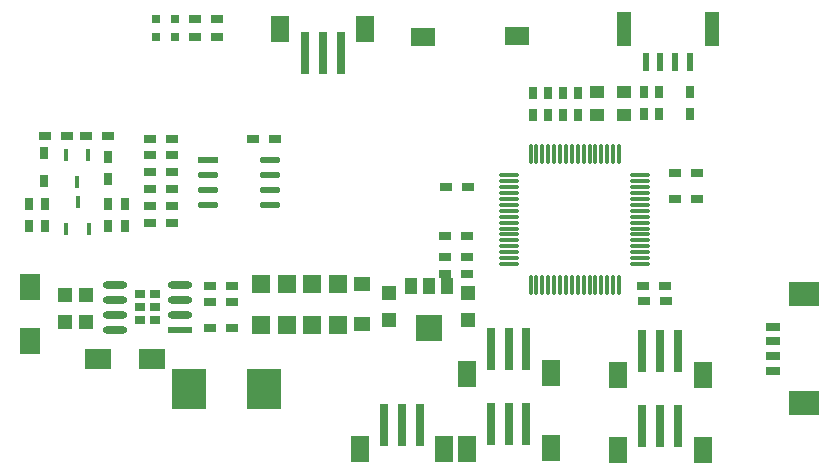
<source format=gtp>
G04*
G04 #@! TF.GenerationSoftware,Altium Limited,Altium Designer,24.0.1 (36)*
G04*
G04 Layer_Color=8421504*
%FSLAX44Y44*%
%MOMM*%
G71*
G04*
G04 #@! TF.SameCoordinates,72622C8A-B07E-4F55-B3FE-632304D3AF33*
G04*
G04*
G04 #@! TF.FilePolarity,Positive*
G04*
G01*
G75*
%ADD24R,0.9000X0.7000*%
%ADD25R,2.2000X1.7500*%
%ADD26R,1.5000X2.3000*%
%ADD27R,0.7000X3.6000*%
%ADD28R,1.0160X0.7620*%
%ADD29R,1.0160X0.8000*%
%ADD30R,0.8000X1.0160*%
%ADD31R,0.4500X1.0000*%
%ADD32R,0.7500X1.0000*%
%ADD33R,0.8000X0.8000*%
%ADD34R,2.0000X1.5000*%
%ADD35R,0.6000X1.5000*%
%ADD36R,1.2000X3.0000*%
%ADD37R,0.7620X1.0160*%
%ADD38R,1.3000X1.1000*%
%ADD39R,2.5000X2.1000*%
%ADD40R,1.3000X0.8000*%
%ADD41R,1.2700X1.2700*%
%ADD42R,1.0160X1.3970*%
%ADD43R,2.2000X2.2000*%
%ADD44R,1.4000X1.2000*%
%ADD45R,1.6000X1.5240*%
%ADD46R,1.8000X0.5500*%
%ADD47O,1.8000X0.5500*%
%ADD48O,2.1000X0.6000*%
%ADD49R,2.1000X0.6000*%
%ADD50R,3.0000X3.5000*%
%ADD51R,1.7500X2.2000*%
%ADD52O,0.3000X1.8000*%
%ADD53O,1.8000X0.3000*%
D24*
X179120Y152810D02*
D03*
X166370D02*
D03*
X179120Y141810D02*
D03*
X166370D02*
D03*
Y130810D02*
D03*
X179120D02*
D03*
D25*
X130810Y97790D02*
D03*
X176810D02*
D03*
D26*
X642798Y84379D02*
D03*
X571380Y84291D02*
D03*
Y20791D02*
D03*
X642798Y20879D02*
D03*
X285392Y377282D02*
D03*
X356810Y377370D02*
D03*
X424180Y21590D02*
D03*
X352762Y21502D02*
D03*
X514528Y22149D02*
D03*
X443110Y22061D02*
D03*
Y85561D02*
D03*
X514528Y85649D02*
D03*
D27*
X621881Y104791D02*
D03*
X606880D02*
D03*
X591880D02*
D03*
Y41291D02*
D03*
X606880D02*
D03*
X621881D02*
D03*
X306309Y356870D02*
D03*
X321310D02*
D03*
X336310D02*
D03*
X403264Y42002D02*
D03*
X388262D02*
D03*
X373262D02*
D03*
X493611Y42561D02*
D03*
X478610D02*
D03*
X463610D02*
D03*
Y106061D02*
D03*
X478610D02*
D03*
X493611D02*
D03*
D28*
X280670Y284480D02*
D03*
X262128D02*
D03*
X174879D02*
D03*
X193421D02*
D03*
X85979Y287020D02*
D03*
X104521D02*
D03*
X593090Y147320D02*
D03*
X611632D02*
D03*
X611251Y160020D02*
D03*
X592709D02*
D03*
X443611Y170180D02*
D03*
X425069D02*
D03*
X424688Y184150D02*
D03*
X443230D02*
D03*
X244221Y124460D02*
D03*
X225679D02*
D03*
X619379Y255270D02*
D03*
X637921D02*
D03*
X444500Y243840D02*
D03*
X425958D02*
D03*
D29*
X174879Y256032D02*
D03*
X193421D02*
D03*
X174879Y241808D02*
D03*
X193421D02*
D03*
Y270256D02*
D03*
X174879D02*
D03*
Y213360D02*
D03*
X193421D02*
D03*
X174879Y227584D02*
D03*
X193421D02*
D03*
X121158Y287020D02*
D03*
X139700D02*
D03*
X231521Y370840D02*
D03*
X212979D02*
D03*
X231521Y386080D02*
D03*
X212979D02*
D03*
X424688Y201930D02*
D03*
X443230D02*
D03*
X244221Y146050D02*
D03*
X225679D02*
D03*
Y160020D02*
D03*
X244221D02*
D03*
X637921Y233680D02*
D03*
X619379D02*
D03*
D30*
X153670Y210439D02*
D03*
Y228981D02*
D03*
X139700D02*
D03*
Y210439D02*
D03*
X86360Y228981D02*
D03*
Y210439D02*
D03*
X72390Y228981D02*
D03*
Y210439D02*
D03*
X139700Y269240D02*
D03*
Y250698D02*
D03*
X511810Y304419D02*
D03*
Y322961D02*
D03*
D31*
X104140Y208280D02*
D03*
X123140D02*
D03*
X113640Y230960D02*
D03*
X122530Y270510D02*
D03*
X103530D02*
D03*
X113030Y247830D02*
D03*
D32*
X85090Y272076D02*
D03*
Y248625D02*
D03*
D33*
X195955Y370875D02*
D03*
X179965Y370805D02*
D03*
X195955Y385718D02*
D03*
X179965Y385648D02*
D03*
D34*
X406400Y370840D02*
D03*
X485728Y371040D02*
D03*
D35*
X594660Y349650D02*
D03*
X607160D02*
D03*
X619660D02*
D03*
X632160D02*
D03*
D36*
X576410Y377650D02*
D03*
X650410D02*
D03*
D37*
X632460Y324231D02*
D03*
Y305689D02*
D03*
X605790Y324231D02*
D03*
Y305689D02*
D03*
X593090Y323850D02*
D03*
Y305308D02*
D03*
X537210Y304419D02*
D03*
Y322961D02*
D03*
X524510D02*
D03*
Y304419D02*
D03*
X499110Y322961D02*
D03*
Y304419D02*
D03*
D38*
X576580Y304800D02*
D03*
X553580Y323800D02*
D03*
X576580Y323800D02*
D03*
X553580Y304800D02*
D03*
D39*
X728980Y152724D02*
D03*
Y60360D02*
D03*
D40*
X702564Y87792D02*
D03*
Y100292D02*
D03*
Y112792D02*
D03*
Y125292D02*
D03*
D41*
X444500Y153670D02*
D03*
Y130810D02*
D03*
X377190Y153670D02*
D03*
Y130810D02*
D03*
X120650Y152400D02*
D03*
Y129540D02*
D03*
X102870Y152400D02*
D03*
Y129540D02*
D03*
D42*
X396000Y159460D02*
D03*
X411240D02*
D03*
X426480D02*
D03*
D43*
X411480Y124460D02*
D03*
D44*
X354330Y127780D02*
D03*
Y161780D02*
D03*
D45*
X334010Y127000D02*
D03*
Y161290D02*
D03*
X312420Y127000D02*
D03*
Y161290D02*
D03*
X290830D02*
D03*
Y127000D02*
D03*
X269240D02*
D03*
Y161290D02*
D03*
D46*
X224360Y266700D02*
D03*
D47*
Y254000D02*
D03*
Y241300D02*
D03*
Y228600D02*
D03*
X276860Y266700D02*
D03*
Y254000D02*
D03*
Y241300D02*
D03*
Y228600D02*
D03*
D48*
X145370Y160860D02*
D03*
Y135460D02*
D03*
Y122760D02*
D03*
X200370Y160860D02*
D03*
Y148160D02*
D03*
Y135460D02*
D03*
X145370Y148160D02*
D03*
D49*
X200370Y122760D02*
D03*
D50*
X208280Y72390D02*
D03*
X271780D02*
D03*
D51*
X73660Y158890D02*
D03*
Y112890D02*
D03*
D52*
X517170Y271654D02*
D03*
X572170D02*
D03*
Y160400D02*
D03*
X562170Y271654D02*
D03*
X567170D02*
D03*
X557170D02*
D03*
X552170D02*
D03*
X547170D02*
D03*
X542170D02*
D03*
X537170D02*
D03*
X532170D02*
D03*
X527170D02*
D03*
X522170D02*
D03*
X512170D02*
D03*
X507170D02*
D03*
X502170D02*
D03*
X497170D02*
D03*
Y160400D02*
D03*
X502170D02*
D03*
X507170D02*
D03*
X512170D02*
D03*
X517170D02*
D03*
X522170Y160400D02*
D03*
X527170D02*
D03*
X532170D02*
D03*
X537170Y160400D02*
D03*
X542170D02*
D03*
X547170D02*
D03*
X552170D02*
D03*
X557170D02*
D03*
X562170Y160400D02*
D03*
X567170D02*
D03*
D53*
X479170Y248400D02*
D03*
X590170D02*
D03*
X479170Y243400D02*
D03*
Y178400D02*
D03*
X590170Y253400D02*
D03*
X479170Y253400D02*
D03*
X479170Y238400D02*
D03*
Y233400D02*
D03*
X479170Y228400D02*
D03*
Y223400D02*
D03*
Y218400D02*
D03*
Y213400D02*
D03*
Y208400D02*
D03*
Y203400D02*
D03*
Y198400D02*
D03*
Y193400D02*
D03*
Y188400D02*
D03*
Y183400D02*
D03*
X590170Y178400D02*
D03*
X590170Y183400D02*
D03*
Y188400D02*
D03*
X590170Y193400D02*
D03*
Y198400D02*
D03*
Y203400D02*
D03*
Y208400D02*
D03*
Y213400D02*
D03*
X590170Y218400D02*
D03*
Y223400D02*
D03*
X590170Y228400D02*
D03*
Y233400D02*
D03*
Y238400D02*
D03*
Y243400D02*
D03*
M02*

</source>
